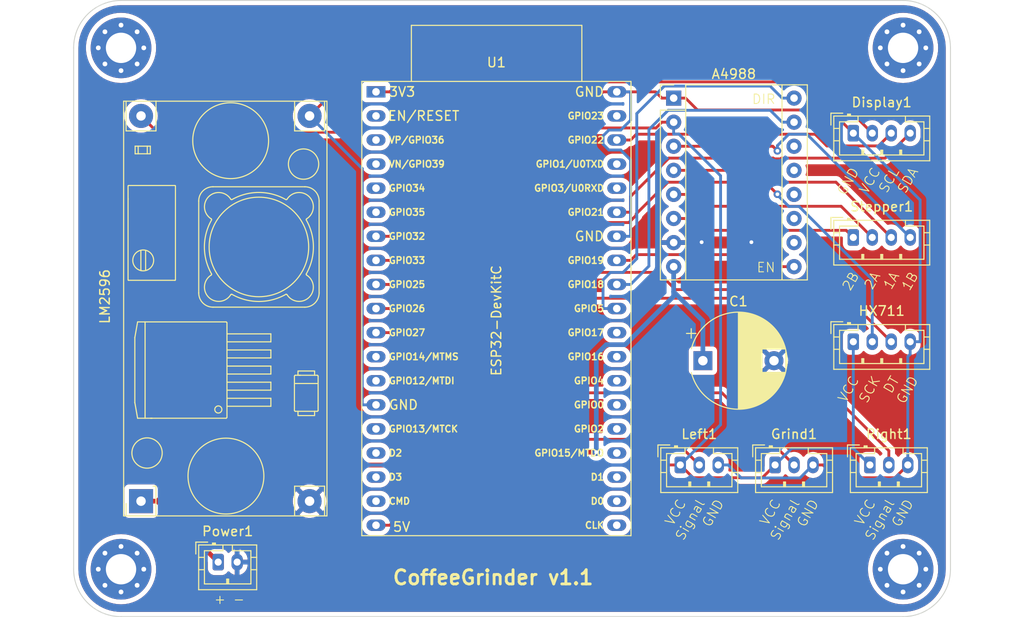
<source format=kicad_pcb>
(kicad_pcb (version 20240108) (generator "pcbnew") (generator_version "8.0")
  (layers (0 "F.Cu" signal) (31 "B.Cu" signal) (34 "B.Paste" user) (35 "F.Paste" user) (36 "B.SilkS" user "B.Silkscreen") (37 "F.SilkS" user "F.Silkscreen") (38 "B.Mask" user) (39 "F.Mask" user) (44 "Edge.Cuts" user))
  (net 0 "")
  (net 1 "+24V")
  (net 2 "GND")
  (net 26 "Net-(Display1-GND)")
  (net 27 "Net-(Display1-SDA)")
  (net 28 "Net-(Display1-SCL)")
  (net 29 "Net-(Display1-VCC)")
  (net 31 "Net-(A4988-STEP)")
  (net 32 "Net-(A4988-2A)")
  (net 33 "Net-(A4988-1B)")
  (net 34 "Net-(A4988-1A)")
  (net 35 "Net-(A4988-VDD)")
  (net 36 "Net-(A4988-~{ENABLE})")
  (net 38 "Net-(A4988-2B)")
  (net 41 "Net-(A4988-DIR)")
  (net 43 "Net-(Grind1-Pin_2)")
  (net 44 "Net-(Left1-Pin_2)")
  (net 45 "Net-(Right1-Pin_2)")
  (net 46 "Net-(HX711-Pin_3)")
  (net 47 "Net-(HX711-Pin_2)")
  (footprint "Module:YAAJ_DCDC_StepDown_LM2596" (layer "F.Cu") (at 82.11 102.82 90)
    (property "Reference" "LM2596" (at 21.59 -3.81 90) (layer "F.SilkS"))
    (property "Value" "YAAJ_DCDC_StepDown_LM2596")
    (pad "1" thru_hole rect (at 0 0 90) (size 2.54 2.54) (drill 1) (layers "*.Cu" "*.Mask") (net 1 "+24V"))
    (pad "2" thru_hole circle (at 0 17.78 90) (size 2.54 2.54) (drill 1) (layers "*.Cu" "*.Mask") (net 2 "GND"))
    (pad "3" thru_hole circle (at 40.64 17.78 90) (size 2.54 2.54) (drill 1) (layers "*.Cu" "*.Mask") (net 26 "Net-(Display1-GND)"))
    (pad "4" thru_hole circle (at 40.64 0 90) (size 2.54 2.54) (drill 1) (layers "*.Cu" "*.Mask") (net 35 "Net-(A4988-VDD)"))
  )
  (footprint "Module:Pololu_Breakout-16_15.2x20.3mm" (layer "F.Cu") (at 138.3 60.3)
    (property "Reference" "A4988" (at 6.35 -2.54 0) (layer "F.SilkS"))
    (property "Value" "Pololu_Breakout_A4988")
    (pad "1" thru_hole rect (at 0 0) (size 1.6 1.6) (drill 0.8) (layers "*.Cu" "*.Mask") (net 26 "Net-(Display1-GND)"))
    (pad "2" thru_hole oval (at 0 2.54) (size 1.6 1.6) (drill 0.8) (layers "*.Cu" "*.Mask") (net 35 "Net-(A4988-VDD)"))
    (pad "3" thru_hole oval (at 0 5.08) (size 1.6 1.6) (drill 0.8) (layers "*.Cu" "*.Mask") (net 33 "Net-(A4988-1B)"))
    (pad "4" thru_hole oval (at 0 7.62) (size 1.6 1.6) (drill 0.8) (layers "*.Cu" "*.Mask") (net 34 "Net-(A4988-1A)"))
    (pad "5" thru_hole oval (at 0 10.16) (size 1.6 1.6) (drill 0.8) (layers "*.Cu" "*.Mask") (net 32 "Net-(A4988-2A)"))
    (pad "6" thru_hole oval (at 0 12.7) (size 1.6 1.6) (drill 0.8) (layers "*.Cu" "*.Mask") (net 38 "Net-(A4988-2B)"))
    (pad "7" thru_hole oval (at 0 15.24) (size 1.6 1.6) (drill 0.8) (layers "*.Cu" "*.Mask") (net 2 "GND"))
    (pad "8" thru_hole oval (at 0 17.78) (size 1.6 1.6) (drill 0.8) (layers "*.Cu" "*.Mask") (net 1 "+24V"))
    (pad "9" thru_hole oval (at 12.7 17.78) (size 1.6 1.6) (drill 0.8) (layers "*.Cu" "*.Mask") (net 36 "Net-(A4988-~{ENABLE})"))
    (pad "10" thru_hole oval (at 12.7 15.24) (size 1.6 1.6) (drill 0.8) (layers "*.Cu" "*.Mask"))
    (pad "11" thru_hole oval (at 12.7 12.7) (size 1.6 1.6) (drill 0.8) (layers "*.Cu" "*.Mask"))
    (pad "12" thru_hole oval (at 12.7 10.16) (size 1.6 1.6) (drill 0.8) (layers "*.Cu" "*.Mask"))
    (pad "13" thru_hole oval (at 12.7 7.62) (size 1.6 1.6) (drill 0.8) (layers "*.Cu" "*.Mask"))
    (pad "14" thru_hole oval (at 12.7 5.08) (size 1.6 1.6) (drill 0.8) (layers "*.Cu" "*.Mask"))
    (pad "15" thru_hole oval (at 12.7 2.54) (size 1.6 1.6) (drill 0.8) (layers "*.Cu" "*.Mask") (net 31 "Net-(A4988-STEP)"))
    (pad "16" thru_hole oval (at 12.7 0) (size 1.6 1.6) (drill 0.8) (layers "*.Cu" "*.Mask") (net 41 "Net-(A4988-DIR)"))
  )
  (footprint "Connector_JST:JST_PH_B2B-PH-K_1x02_P2.00mm_Vertical" (layer "F.Cu") (at 90.25 109.25)
    (property "Reference" "Power1" (at 1 -3.25 0) (layer "F.SilkS"))
    (property "Value" "Conn_01x02_Pin")
    (pad "1" thru_hole roundrect (at 0 0) (size 1.2 1.75) (drill 0.75) (layers "*.Cu" "*.Mask") (roundrect_rratio 0.208333) (net 1 "+24V"))
    (pad "2" thru_hole oval (at 2 0) (size 1.2 1.75) (drill 0.75) (layers "*.Cu" "*.Mask") (net 2 "GND"))
  )
  (footprint "PCM_Espressif:ESP32-DevKitC" (layer "F.Cu") (at 106.9 59.64)
    (property "Reference" "U1" (at 12.7 -3.09656 0) (layer "F.SilkS"))
    (property "Value" "ESP32-DevKitC" (at 12.7 24.13 90) (layer "F.SilkS"))
    (fp_text user "D2" (at 1.27 38.1 0) (layer "F.SilkS") (effects (font (size 0.7 0.7)) (justify left)))
    (fp_text user "GPIO32" (at 1.27 15.24 0) (layer "F.SilkS") (effects (font (size 0.7 0.7)) (justify left)))
    (fp_text user "GND" (at 24.13 0 0) (layer "F.SilkS") (effects (justify right)))
    (fp_text user "GPIO15/MTDO" (at 24.13 38.1 0) (layer "F.SilkS") (effects (font (size 0.7 0.7)) (justify right)))
    (fp_text user "GPIO21" (at 24.13 12.7 0) (layer "F.SilkS") (effects (font (size 0.7 0.7)) (justify right)))
    (fp_text user "GPIO0" (at 24.13 33.02 0) (layer "F.SilkS") (effects (font (size 0.7 0.7)) (justify right)))
    (fp_text user "GND" (at 24.13 15.24 0) (layer "F.SilkS") (effects (justify right)))
    (fp_text user "GPIO26" (at 1.27 22.86 0) (layer "F.SilkS") (effects (font (size 0.7 0.7)) (justify left)))
    (fp_text user "GPIO34" (at 1.27 10.16 0) (layer "F.SilkS") (effects (font (size 0.7 0.7)) (justify left)))
    (fp_text user "CLK" (at 24.13 45.72 0) (layer "F.SilkS") (effects (font (size 0.7 0.7)) (justify right)))
    (fp_text user "5V" (at 1.7 45.9034 0) (layer "F.SilkS") (effects (justify left)))
    (fp_text user "GPIO3/U0RXD" (at 24.13 10.16 0) (layer "F.SilkS") (effects (font (size 0.7 0.7)) (justify right)))
    (fp_text user "D3" (at 1.27 40.64 0) (layer "F.SilkS") (effects (font (size 0.7 0.7)) (justify left)))
    (fp_text user "GPIO23" (at 24.13 2.54 0) (layer "F.SilkS") (effects (font (size 0.7 0.7)) (justify right)))
    (fp_text user "GPIO27" (at 1.27 25.4 0) (layer "F.SilkS") (effects (font (size 0.7 0.7)) (justify left)))
    (fp_text user "GPIO17" (at 24.13 25.4 0) (layer "F.SilkS") (effects (font (size 0.7 0.7)) (justify right)))
    (fp_text user "VP/GPIO36" (at 1.27 5.08 0) (layer "F.SilkS") (effects (font (size 0.7 0.7)) (justify left)))
    (fp_text user "GPIO2" (at 24.13 35.56 0) (layer "F.SilkS") (effects (font (size 0.7 0.7)) (justify right)))
    (fp_text user "GPIO35" (at 1.27 12.7 0) (layer "F.SilkS") (effects (font (size 0.7 0.7)) (justify left)))
    (fp_text user "D0" (at 24.13 43.18 0) (layer "F.SilkS") (effects (font (size 0.7 0.7)) (justify right)))
    (fp_text user "GPIO16" (at 24.13 27.94 0) (layer "F.SilkS") (effects (font (size 0.7 0.7)) (justify right)))
    (fp_text user "GND" (at 1.27 33.02 0) (layer "F.SilkS") (effects (justify left)))
    (fp_text user "GPIO14/MTMS" (at 1.27 27.94 0) (layer "F.SilkS") (effects (font (size 0.7 0.7)) (justify left)))
    (fp_text user "EN/RESET" (at 8.88632 2.53728 0) (layer "F.SilkS") (effects (justify right)))
    (fp_text user "GPIO13/MTCK" (at 1.27 35.56 0) (layer "F.SilkS") (effects (font (size 0.7 0.7)) (justify left)))
    (fp_text user "CMD" (at 1.27 43.18 0) (layer "F.SilkS") (effects (font (size 0.7 0.7)) (justify left)))
    (fp_text user "VN/GPIO39" (at 1.27 7.62 0) (layer "F.SilkS") (effects (font (size 0.7 0.7)) (justify left)))
    (fp_text user "GPIO1/U0TXD" (at 24.13 7.62 0) (layer "F.SilkS") (effects (font (size 0.7 0.7)) (justify right)))
    (fp_text user "3V3" (at 1.27 0 0) (layer "F.SilkS") (effects (justify left)))
    (fp_text user "GPIO5" (at 24.13 22.86 0) (layer "F.SilkS") (effects (font (size 0.7 0.7)) (justify right)))
    (fp_text user "GPIO4" (at 24.13 30.48 0) (layer "F.SilkS") (effects (font (size 0.7 0.7)) (justify right)))
    (fp_text user "GPIO19" (at 24.13 17.78 0) (layer "F.SilkS") (effects (font (size 0.7 0.7)) (justify right)))
    (fp_text user "GPIO12/MTDI" (at 1.27 30.48 0) (layer "F.SilkS") (effects (font (size 0.7 0.7)) (justify left)))
    (fp_text user "GPIO33" (at 1.27 17.78 0) (layer "F.SilkS") (effects (font (size 0.7 0.7)) (justify left)))
    (fp_text user "D1" (at 24.13 40.64 0) (layer "F.SilkS") (effects (font (size 0.7 0.7)) (justify right)))
    (fp_text user "GPIO22" (at 24.13 5.08 0) (layer "F.SilkS") (effects (font (size 0.7 0.7)) (justify right)))
    (fp_text user "GPIO25" (at 1.27 20.32 0) (layer "F.SilkS") (effects (font (size 0.7 0.7)) (justify left)))
    (fp_text user "GPIO18" (at 24.13 20.32 0) (layer "F.SilkS") (effects (font (size 0.7 0.7)) (justify right)))
    (pad "1" thru_hole rect (at 0 0 270) (size 1.2 2) (drill 0.8) (layers "*.Cu" "*.Mask") (net 29 "Net-(Display1-VCC)"))
    (pad "2" thru_hole oval (at 0 2.54 270) (size 1.2 2) (drill 0.8) (layers "*.Cu" "*.Mask"))
    (pad "3" thru_hole oval (at 0 5.08 270) (size 1.2 2) (drill 0.8) (layers "*.Cu" "*.Mask"))
    (pad "4" thru_hole oval (at 0 7.62 270) (size 1.2 2) (drill 0.8) (layers "*.Cu" "*.Mask"))
    (pad "5" thru_hole oval (at 0 10.16 270) (size 1.2 2) (drill 0.8) (layers "*.Cu" "*.Mask"))
    (pad "6" thru_hole oval (at 0 12.7 270) (size 1.2 2) (drill 0.8) (layers "*.Cu" "*.Mask"))
    (pad "7" thru_hole oval (at 0 15.24 270) (size 1.2 2) (drill 0.8) (layers "*.Cu" "*.Mask") (net 47 "Net-(HX711-Pin_2)"))
    (pad "8" thru_hole oval (at 0 17.78 270) (size 1.2 2) (drill 0.8) (layers "*.Cu" "*.Mask") (net 46 "Net-(HX711-Pin_3)"))
    (pad "9" thru_hole oval (at 0 20.32 270) (size 1.2 2) (drill 0.8) (layers "*.Cu" "*.Mask") (net 45 "Net-(Right1-Pin_2)"))
    (pad "10" thru_hole oval (at 0 22.86 270) (size 1.2 2) (drill 0.8) (layers "*.Cu" "*.Mask") (net 43 "Net-(Grind1-Pin_2)"))
    (pad "11" thru_hole oval (at 0 25.4 270) (size 1.2 2) (drill 0.8) (layers "*.Cu" "*.Mask") (net 44 "Net-(Left1-Pin_2)"))
    (pad "12" thru_hole oval (at 0 27.94 270) (size 1.2 2) (drill 0.8) (layers "*.Cu" "*.Mask"))
    (pad "13" thru_hole oval (at 0 30.48 270) (size 1.2 2) (drill 0.8) (layers "*.Cu" "*.Mask"))
    (pad "14" thru_hole oval (at 0 33.02 270) (size 1.2 2) (drill 0.8) (layers "*.Cu" "*.Mask") (net 26 "Net-(Display1-GND)"))
    (pad "15" thru_hole oval (at 0 35.56 270) (size 1.2 2) (drill 0.8) (layers "*.Cu" "*.Mask"))
    (pad "16" thru_hole oval (at 0 38.1 270) (size 1.2 2) (drill 0.8) (layers "*.Cu" "*.Mask"))
    (pad "17" thru_hole oval (at 0 40.64 270) (size 1.2 2) (drill 0.8) (layers "*.Cu" "*.Mask"))
    (pad "18" thru_hole oval (at 0 43.18 270) (size 1.2 2) (drill 0.8) (layers "*.Cu" "*.Mask"))
    (pad "19" thru_hole oval (at 0 45.72 270) (size 1.2 2) (drill 0.8) (layers "*.Cu" "*.Mask") (net 35 "Net-(A4988-VDD)"))
    (pad "20" thru_hole oval (at 25.39632 45.71728 270) (size 1.2 2) (drill 0.8) (layers "*.Cu" "*.Mask"))
    (pad "21" thru_hole oval (at 25.39632 43.17728 270) (size 1.2 2) (drill 0.8) (layers "*.Cu" "*.Mask"))
    (pad "22" thru_hole oval (at 25.4 40.64 270) (size 1.2 2) (drill 0.8) (layers "*.Cu" "*.Mask"))
    (pad "23" thru_hole oval (at 25.4 38.1 270) (size 1.2 2) (drill 0.8) (layers "*.Cu" "*.Mask"))
    (pad "24" thru_hole oval (at 25.4 35.56 270) (size 1.2 2) (drill 0.8) (layers "*.Cu" "*.Mask"))
    (pad "25" thru_hole oval (at 25.4 33.02 270) (size 1.2 2) (drill 0.8) (layers "*.Cu" "*.Mask"))
    (pad "26" thru_hole oval (at 25.4 30.48 270) (size 1.2 2) (drill 0.8) (layers "*.Cu" "*.Mask"))
    (pad "27" thru_hole oval (at 25.4 27.94 270) (size 1.2 2) (drill 0.8) (layers "*.Cu" "*.Mask"))
    (pad "28" thru_hole oval (at 25.4 25.4 270) (size 1.2 2) (drill 0.8) (layers "*.Cu" "*.Mask"))
    (pad "29" thru_hole oval (at 25.4 22.86 270) (size 1.2 2) (drill 0.8) (layers "*.Cu" "*.Mask") (net 41 "Net-(A4988-DIR)"))
    (pad "30" thru_hole oval (at 25.4 20.32 270) (size 1.2 2) (drill 0.8) (layers "*.Cu" "*.Mask") (net 31 "Net-(A4988-STEP)"))
    (pad "31" thru_hole oval (at 25.4 17.78 270) (size 1.2 2) (drill 0.8) (layers "*.Cu" "*.Mask") (net 36 "Net-(A4988-~{ENABLE})"))
    (pad "32" thru_hole oval (at 25.4 15.24 270) (size 1.2 2) (drill 0.8) (layers "*.Cu" "*.Mask") (net 26 "Net-(Display1-GND)"))
    (pad "33" thru_hole oval (at 25.4 12.7 270) (size 1.2 2) (drill 0.8) (layers "*.Cu" "*.Mask") (net 27 "Net-(Display1-SDA)"))
    (pad "34" thru_hole oval (at 25.4 10.16 270) (size 1.2 2) (drill 0.8) (layers "*.Cu" "*.Mask"))
    (pad "35" thru_hole oval (at 25.4 7.62 270) (size 1.2 2) (drill 0.8) (layers "*.Cu" "*.Mask"))
    (pad "36" thru_hole oval (at 25.4 5.08 270) (size 1.2 2) (drill 0.8) (layers "*.Cu" "*.Mask") (net 28 "Net-(Display1-SCL)"))
    (pad "37" thru_hole oval (at 25.4 2.54 270) (size 1.2 2) (drill 0.8) (layers "*.Cu" "*.Mask"))
    (pad "38" thru_hole oval (at 25.4 0 270) (size 1.2 2) (drill 0.8) (layers "*.Cu" "*.Mask") (net 26 "Net-(Display1-GND)"))
  )
  (footprint "MountingHole:MountingHole_3.2mm_M3_Pad_Via" (layer "F.Cu") (at 162.5 55)
    (property "Reference" "REF2" (hide yes))
    (property "Value" "MountingHole_3.2mm_M3_Pad_Via")
    (pad "1" thru_hole circle (at -2.4 0) (size 0.8 0.8) (drill 0.5) (layers "*.Cu" "*.Mask"))
    (pad "1" thru_hole circle (at -1.697056 -1.697056) (size 0.8 0.8) (drill 0.5) (layers "*.Cu" "*.Mask"))
    (pad "1" thru_hole circle (at -1.697056 1.697056) (size 0.8 0.8) (drill 0.5) (layers "*.Cu" "*.Mask"))
    (pad "1" thru_hole circle (at 0 -2.4) (size 0.8 0.8) (drill 0.5) (layers "*.Cu" "*.Mask"))
    (pad "1" thru_hole circle (at 0 0) (size 6.4 6.4) (drill 3.2) (layers "*.Cu" "*.Mask"))
    (pad "1" thru_hole circle (at 0 2.4) (size 0.8 0.8) (drill 0.5) (layers "*.Cu" "*.Mask"))
    (pad "1" thru_hole circle (at 1.697056 -1.697056) (size 0.8 0.8) (drill 0.5) (layers "*.Cu" "*.Mask"))
    (pad "1" thru_hole circle (at 1.697056 1.697056) (size 0.8 0.8) (drill 0.5) (layers "*.Cu" "*.Mask"))
    (pad "1" thru_hole circle (at 2.4 0) (size 0.8 0.8) (drill 0.5) (layers "*.Cu" "*.Mask"))
  )
  (footprint "Connector_JST:JST_PH_B4B-PH-K_1x04_P2.00mm_Vertical" (layer "F.Cu") (at 157.25 75)
    (property "Reference" "Stepper1" (at 3 -3.25 0) (layer "F.SilkS"))
    (property "Value" "Conn_01x04_Pin")
    (pad "1" thru_hole roundrect (at 0 0) (size 1.2 1.75) (drill 0.75) (layers "*.Cu" "*.Mask") (roundrect_rratio 0.208333) (net 38 "Net-(A4988-2B)"))
    (pad "2" thru_hole oval (at 2 0) (size 1.2 1.75) (drill 0.75) (layers "*.Cu" "*.Mask") (net 32 "Net-(A4988-2A)"))
    (pad "3" thru_hole oval (at 4 0) (size 1.2 1.75) (drill 0.75) (layers "*.Cu" "*.Mask") (net 34 "Net-(A4988-1A)"))
    (pad "4" thru_hole oval (at 6 0) (size 1.2 1.75) (drill 0.75) (layers "*.Cu" "*.Mask") (net 33 "Net-(A4988-1B)"))
  )
  (footprint "MountingHole:MountingHole_3.2mm_M3_Pad_Via" (layer "F.Cu") (at 80 55)
    (property "Reference" "REF1" (hide yes))
    (property "Value" "MountingHole_3.2mm_M3_Pad_Via")
    (pad "1" thru_hole circle (at -2.4 0) (size 0.8 0.8) (drill 0.5) (layers "*.Cu" "*.Mask"))
    (pad "1" thru_hole circle (at -1.697056 -1.697056) (size 0.8 0.8) (drill 0.5) (layers "*.Cu" "*.Mask"))
    (pad "1" thru_hole circle (at -1.697056 1.697056) (size 0.8 0.8) (drill 0.5) (layers "*.Cu" "*.Mask"))
    (pad "1" thru_hole circle (at 0 -2.4) (size 0.8 0.8) (drill 0.5) (layers "*.Cu" "*.Mask"))
    (pad "1" thru_hole circle (at 0 0) (size 6.4 6.4) (drill 3.2) (layers "*.Cu" "*.Mask"))
    (pad "1" thru_hole circle (at 0 2.4) (size 0.8 0.8) (drill 0.5) (layers "*.Cu" "*.Mask"))
    (pad "1" thru_hole circle (at 1.697056 -1.697056) (size 0.8 0.8) (drill 0.5) (layers "*.Cu" "*.Mask"))
    (pad "1" thru_hole circle (at 1.697056 1.697056) (size 0.8 0.8) (drill 0.5) (layers "*.Cu" "*.Mask"))
    (pad "1" thru_hole circle (at 2.4 0) (size 0.8 0.8) (drill 0.5) (layers "*.Cu" "*.Mask"))
  )
  (footprint "Capacitor_THT:CP_Radial_D10.0mm_P7.50mm" (layer "F.Cu") (at 141.3823 88)
    (property "Reference" "C1" (at 3.75 -6.25 0) (layer "F.SilkS"))
    (property "Value" "C_Polarized")
    (pad "1" thru_hole rect (at 0 0) (size 2 2) (drill 1) (layers "*.Cu" "*.Mask") (net 1 "+24V"))
    (pad "2" thru_hole circle (at 7.5 0) (size 2 2) (drill 1) (layers "*.Cu" "*.Mask") (net 2 "GND"))
  )
  (footprint "Connector_JST:JST_PH_B4B-PH-K_1x04_P2.00mm_Vertical" (layer "F.Cu") (at 157.25 86)
    (property "Reference" "HX711" (at 3 -3.25 0) (layer "F.SilkS"))
    (property "Value" "Conn_01x04_Pin")
    (pad "1" thru_hole roundrect (at 0 0) (size 1.2 1.75) (drill 0.75) (layers "*.Cu" "*.Mask") (roundrect_rratio 0.208333) (net 35 "Net-(A4988-VDD)"))
    (pad "2" thru_hole oval (at 2 0) (size 1.2 1.75) (drill 0.75) (layers "*.Cu" "*.Mask") (net 47 "Net-(HX711-Pin_2)"))
    (pad "3" thru_hole oval (at 4 0) (size 1.2 1.75) (drill 0.75) (layers "*.Cu" "*.Mask") (net 46 "Net-(HX711-Pin_3)"))
    (pad "4" thru_hole oval (at 6 0) (size 1.2 1.75) (drill 0.75) (layers "*.Cu" "*.Mask") (net 26 "Net-(Display1-GND)"))
  )
  (footprint "MountingHole:MountingHole_3.2mm_M3_Pad_Via" (layer "F.Cu") (at 80 110)
    (property "Reference" "REF4" (hide yes))
    (property "Value" "MountingHole_3.2mm_M3_Pad_Via")
    (pad "1" thru_hole circle (at -2.4 0) (size 0.8 0.8) (drill 0.5) (layers "*.Cu" "*.Mask"))
    (pad "1" thru_hole circle (at -1.697056 -1.697056) (size 0.8 0.8) (drill 0.5) (layers "*.Cu" "*.Mask"))
    (pad "1" thru_hole circle (at -1.697056 1.697056) (size 0.8 0.8) (drill 0.5) (layers "*.Cu" "*.Mask"))
    (pad "1" thru_hole circle (at 0 -2.4) (size 0.8 0.8) (drill 0.5) (layers "*.Cu" "*.Mask"))
    (pad "1" thru_hole circle (at 0 0) (size 6.4 6.4) (drill 3.2) (layers "*.Cu" "*.Mask"))
    (pad "1" thru_hole circle (at 0 2.4) (size 0.8 0.8) (drill 0.5) (layers "*.Cu" "*.Mask"))
    (pad "1" thru_hole circle (at 1.697056 -1.697056) (size 0.8 0.8) (drill 0.5) (layers "*.Cu" "*.Mask"))
    (pad "1" thru_hole circle (at 1.697056 1.697056) (size 0.8 0.8) (drill 0.5) (layers "*.Cu" "*.Mask"))
    (pad "1" thru_hole circle (at 2.4 0) (size 0.8 0.8) (drill 0.5) (layers "*.Cu" "*.Mask"))
  )
  (footprint "Connector_JST:JST_PH_B4B-PH-K_1x04_P2.00mm_Vertical" (layer "F.Cu") (at 157.25 64)
    (property "Reference" "Display1" (at 3 -3.25 0) (layer "F.SilkS"))
    (property "Value" "SSD1306")
    (pad "1" thru_hole roundrect (at 0 0) (size 1.2 1.75) (drill 0.75) (layers "*.Cu" "*.Mask") (roundrect_rratio 0.208333) (net 26 "Net-(Display1-GND)"))
    (pad "2" thru_hole oval (at 2 0) (size 1.2 1.75) (drill 0.75) (layers "*.Cu" "*.Mask") (net 29 "Net-(Display1-VCC)"))
    (pad "3" thru_hole oval (at 4 0) (size 1.2 1.75) (drill 0.75) (layers "*.Cu" "*.Mask") (net 28 "Net-(Display1-SCL)"))
    (pad "4" thru_hole oval (at 6 0) (size 1.2 1.75) (drill 0.75) (layers "*.Cu" "*.Mask") (net 27 "Net-(Display1-SDA)"))
  )
  (footprint "Connector_JST:JST_PH_B3B-PH-K_1x03_P2.00mm_Vertical" (layer "F.Cu") (at 159 99)
    (property "Reference" "Right1" (at 2 -3.25 0) (layer "F.SilkS"))
    (property "Value" "Conn_01x03_Pin")
    (pad "1" thru_hole roundrect (at 0 0) (size 1.2 1.75) (drill 0.75) (layers "*.Cu" "*.Mask") (roundrect_rratio 0.208333) (net 35 "Net-(A4988-VDD)"))
    (pad "2" thru_hole oval (at 2 0) (size 1.2 1.75) (drill 0.75) (layers "*.Cu" "*.Mask") (net 45 "Net-(Right1-Pin_2)"))
    (pad "3" thru_hole oval (at 4 0) (size 1.2 1.75) (drill 0.75) (layers "*.Cu" "*.Mask") (net 26 "Net-(Display1-GND)"))
  )
  (footprint "Connector_JST:JST_PH_B3B-PH-K_1x03_P2.00mm_Vertical" (layer "F.Cu") (at 149 99)
    (property "Reference" "Grind1" (at 2 -3.25 0) (layer "F.SilkS"))
    (property "Value" "Conn_01x03_Pin")
    (pad "1" thru_hole roundrect (at 0 0) (size 1.2 1.75) (drill 0.75) (layers "*.Cu" "*.Mask") (roundrect_rratio 0.208333) (net 35 "Net-(A4988-VDD)"))
    (pad "2" thru_hole oval (at 2 0) (size 1.2 1.75) (drill 0.75) (layers "*.Cu" "*.Mask") (net 43 "Net-(Grind1-Pin_2)"))
    (pad "3" thru_hole oval (at 4 0) (size 1.2 1.75) (drill 0.75) (layers "*.Cu" "*.Mask") (net 26 "Net-(Display1-GND)"))
  )
  (footprint "Connector_JST:JST_PH_B3B-PH-K_1x03_P2.00mm_Vertical" (layer "F.Cu") (at 139 99)
    (property "Reference" "Left1" (at 2 -3.25 0) (layer "F.SilkS"))
    (property "Value" "Conn_01x03_Pin")
    (pad "1" thru_hole roundrect (at 0 0) (size 1.2 1.75) (drill 0.75) (layers "*.Cu" "*.Mask") (roundrect_rratio 0.208333) (net 35 "Net-(A4988-VDD)"))
    (pad "2" thru_hole oval (at 2 0) (size 1.2 1.75) (drill 0.75) (layers "*.Cu" "*.Mask") (net 44 "Net-(Left1-Pin_2)"))
    (pad "3" thru_hole oval (at 4 0) (size 1.2 1.75) (drill 0.75) (layers "*.Cu" "*.Mask") (net 26 "Net-(Display1-GND)"))
  )
  (footprint "MountingHole:MountingHole_3.2mm_M3_Pad_Via" (layer "F.Cu") (at 162.5 110)
    (property "Reference" "REF3" (hide yes))
    (property "Value" "MountingHole_3.2mm_M3_Pad_Via")
    (pad "1" thru_hole circle (at -2.4 0) (size 0.8 0.8) (drill 0.5) (layers "*.Cu" "*.Mask"))
    (pad "1" thru_hole circle (at -1.697056 -1.697056) (size 0.8 0.8) (drill 0.5) (layers "*.Cu" "*.Mask"))
    (pad "1" thru_hole circle (at -1.697056 1.697056) (size 0.8 0.8) (drill 0.5) (layers "*.Cu" "*.Mask"))
    (pad "1" thru_hole circle (at 0 -2.4) (size 0.8 0.8) (drill 0.5) (layers "*.Cu" "*.Mask"))
    (pad "1" thru_hole circle (at 0 0) (size 6.4 6.4) (drill 3.2) (layers "*.Cu" "*.Mask"))
    (pad "1" thru_hole circle (at 0 2.4) (size 0.8 0.8) (drill 0.5) (layers "*.Cu" "*.Mask"))
    (pad "1" thru_hole circle (at 1.697056 -1.697056) (size 0.8 0.8) (drill 0.5) (layers "*.Cu" "*.Mask"))
    (pad "1" thru_hole circle (at 1.697056 1.697056) (size 0.8 0.8) (drill 0.5) (layers "*.Cu" "*.Mask"))
    (pad "1" thru_hole circle (at 2.4 0) (size 0.8 0.8) (drill 0.5) (layers "*.Cu" "*.Mask"))
  )
  (gr_line (start 167.5 55) (end 167.5 110) (stroke (width 0.1)) (layer "Edge.Cuts"))
  (gr_line (start 80 50) (end 162.5 50) (stroke (width 0.1)) (layer "Edge.Cuts"))
  (gr_arc (start 162.5 50) (mid 166.035534 51.464466) (end 167.5 55) (stroke (width 0.1)) (layer "Edge.Cuts"))
  (gr_line (start 75 110) (end 75 55) (stroke (width 0.1)) (layer "Edge.Cuts"))
  (gr_arc (start 80 115) (mid 76.464466 113.535534) (end 75 110) (stroke (width 0.1)) (layer "Edge.Cuts"))
  (gr_arc (start 75 55) (mid 76.464466 51.464466) (end 80 50) (stroke (width 0.1)) (layer "Edge.Cuts"))
  (gr_arc (start 167.5 110) (mid 166.035534 113.535534) (end 162.5 115) (stroke (width 0.1)) (layer "Edge.Cuts"))
  (gr_line (start 162.5 115) (end 80 115) (stroke (width 0.1)) (layer "Edge.Cuts"))
  (gr_text "Signal" (at 141.75 103 60) (layer "F.SilkS") (effects (font (size 1 1) (thickness 0.1)) (justify right bottom)))
  (gr_text "VCC" (at 149.75 103 60) (layer "F.SilkS") (effects (font (size 1 1) (thickness 0.1)) (justify right bottom)))
  (gr_text "VCC" (at 160.25 68 60) (layer "F.SilkS") (effects (font (size 1 1) (thickness 0.1)) (justify right bottom)))
  (gr_text "GND" (at 143.75 103 60) (layer "F.SilkS") (effects (font (size 1 1) (thickness 0.1)) (justify right bottom)))
  (gr_text "EN" (at 147 78.75 0) (layer "F.SilkS") (effects (font (size 1 1) (thickness 0.1)) (justify left bottom)))
  (gr_text "GND" (at 153.75 103 60) (layer "F.SilkS") (effects (font (size 1 1) (thickness 0.1)) (justify right bottom)))
  (gr_text "DT" (at 162.25 90 60) (layer "F.SilkS") (effects (font (size 1 1) (thickness 0.1)) (justify right bottom)))
  (gr_text "VCC" (at 139.75 103 60) (layer "F.SilkS") (effects (font (size 1 1) (thickness 0.1)) (justify right bottom)))
  (gr_text "GND" (at 158 68 60) (layer "F.SilkS") (effects (font (size 1 1) (thickness 0.1)) (justify right bottom)))
  (gr_text "GND" (at 164.25 90 60) (layer "F.SilkS") (effects (font (size 1 1) (thickness 0.1)) (justify right bottom)))
  (gr_text "CoffeeGrinder v1.1" (at 119.25 111.75 0) (layer "F.SilkS") (effects (font (size 1.5 1.5) (thickness 0.3) (bold yes)) (justify bottom)))
  (gr_text "SCL" (at 162.25 68 60) (layer "F.SilkS") (effects (font (size 1 1) (thickness 0.1)) (justify right bottom)))
  (gr_text "1A" (at 162.25 79 60) (layer "F.SilkS") (effects (font (size 1 1) (thickness 0.1)) (justify right bottom)))
  (gr_text "1B" (at 164.25 79 60) (layer "F.SilkS") (effects (font (size 1 1) (thickness 0.1)) (justify right bottom)))
  (gr_text "+ -" (at 89.75 113.75 0) (layer "F.SilkS") (effects (font (size 1 1) (thickness 0.1)) (justify left bottom)))
  (gr_text "Signal" (at 151.75 103 60) (layer "F.SilkS") (effects (font (size 1 1) (thickness 0.1)) (justify right bottom)))
  (gr_text "SDA" (at 164.25 68 60) (layer "F.SilkS") (effects (font (size 1 1) (thickness 0.1)) (justify right bottom)))
  (gr_text "VCC" (at 158 90 60) (layer "F.SilkS") (effects (font (size 1 1) (thickness 0.1)) (justify right bottom)))
  (gr_text "2A" (at 160.25 79 60) (layer "F.SilkS") (effects (font (size 1 1) (thickness 0.1)) (justify right bottom)))
  (gr_text "SCK" (at 160.25 90 60) (layer "F.SilkS") (effects (font (size 1 1) (thickness 0.1)) (justify right bottom)))
  (gr_text "DIR" (at 146.5 61 0) (layer "F.SilkS") (effects (font (size 1 1) (thickness 0.1)) (justify left bottom)))
  (gr_text "VCC" (at 159.75 103 60) (layer "F.SilkS") (effects (font (size 1 1) (thickness 0.1)) (justify right bottom)))
  (gr_text "2B" (at 158 79 60) (layer "F.SilkS") (effects (font (size 1 1) (thickness 0.1)) (justify right bottom)))
  (gr_text "Signal" (at 161.75 103 60) (layer "F.SilkS") (effects (font (size 1 1) (thickness 0.1)) (justify right bottom)))
  (gr_text "GND" (at 163.75 103 60) (layer "F.SilkS") (effects (font (size 1 1) (thickness 0.1)) (justify right bottom)))
  (segment (start 110.984 99.01) (end 87.6417 99.01) (width 0.5) (layer "F.Cu") (net 1))
  (segment (start 87.6417 99.01) (end 83.8317 102.82) (width 0.5) (layer "F.Cu") (net 1))
  (segment (start 83.8317 102.82) (end 83.82 102.82) (width 0.5) (layer "F.Cu") (net 1))
  (segment (start 83.82 102.82) (end 90.25 109.25) (width 0.5) (layer "F.Cu") (net 1))
  (segment (start 82.11 102.82) (end 83.82 102.82) (width 0.5) (layer "F.Cu") (net 1))
  (segment (start 130.138 97.6477) (end 112.346 97.6477) (width 0.5) (layer "F.Cu") (net 1))
  (segment (start 112.346 97.6477) (end 110.984 99.01) (width 0.5) (layer "F.Cu") (net 1))
  (via (at 130.138 97.6477) (size 0.8) (drill 0.4) (layers "F.Cu" "B.Cu") (net 1))
  (segment (start 138.3 80.73) (end 138.3 81.2) (width 0.5) (layer "B.Cu") (net 1))
  (segment (start 141.3823 83.8123) (end 141.3823 88) (width 0.5) (layer "B.Cu") (net 1))
  (segment (start 131.19 86.31) (end 130.138 87.3625) (width 0.5) (layer "B.Cu") (net 1))
  (segment (start 138.3 80.73) (end 141.3823 83.8123) (width 0.5) (layer "B.Cu") (net 1))
  (segment (start 133.19 86.31) (end 131.19 86.31) (width 0.5) (layer "B.Cu") (net 1))
  (segment (start 138.3 78.08) (end 138.3 80.73) (width 0.5) (layer "B.Cu") (net 1))
  (segment (start 130.138 87.3625) (end 130.138 97.6477) (width 0.5) (layer "B.Cu") (net 1))
  (segment (start 138.3 81.2) (end 133.19 86.31) (width 0.5) (layer "B.Cu") (net 1))
  (via (at 141.25 75.5) (size 0.8) (drill 0.4) (layers "F.Cu" "B.Cu") (net 2))
  (via (at 146.5 75.5) (size 0.8) (drill 0.4) (layers "F.Cu" "B.Cu") (net 2))
  (segment (start 138.3 60.3) (end 139.552 60.3) (width 0.3) (layer "F.Cu") (net 26))
  (segment (start 139.552 60.3) (end 140.803 61.5517) (width 0.3) (layer "F.Cu") (net 26))
  (segment (start 155.403 100.351) (end 161.649 100.351) (width 0.3) (layer "F.Cu") (net 26))
  (segment (start 132.3 59.64) (end 130.848 59.64) (width 0.3) (layer "F.Cu") (net 26))
  (segment (start 129.588 60.9) (end 101.17 60.9) (width 0.3) (layer "F.Cu") (net 26))
  (segment (start 161.649 100.351) (end 163 99) (width 0.3) (layer "F.Cu") (net 26))
  (segment (start 140.803 61.5517) (end 154.802 61.5517) (width 0.3) (layer "F.Cu") (net 26))
  (segment (start 138.3 60.3) (end 137.048 60.3) (width 0.3) (layer "F.Cu") (net 26))
  (segment (start 101.17 60.9) (end 99.89 62.18) (width 0.3) (layer "F.Cu") (net 26))
  (segment (start 153 99) (end 154.052 99) (width 0.3) (layer "F.Cu") (net 26))
  (segment (start 137.048 60.3) (end 136.388 59.64) (width 0.3) (layer "F.Cu") (net 26))
  (segment (start 136.388 59.64) (end 132.3 59.64) (width 0.3) (layer "F.Cu") (net 26))
  (segment (start 154.052 99) (end 155.403 100.351) (width 0.3) (layer "F.Cu") (net 26))
  (segment (start 154.802 61.5517) (end 157.25 64) (width 0.3) (layer "F.Cu") (net 26))
  (segment (start 130.848 59.64) (end 129.588 60.9) (width 0.3) (layer "F.Cu") (net 26))
  (segment (start 145.422 100.37) (end 151.63 100.37) (width 0.3) (layer "B.Cu") (net 26))
  (segment (start 144.052 99) (end 145.422 100.37) (width 0.3) (layer "B.Cu") (net 26))
  (segment (start 130.848 64.2844) (end 130.848 65.1556) (width 0.3) (layer "B.Cu") (net 26))
  (segment (start 143 99) (end 144.052 99) (width 0.3) (layer "B.Cu") (net 26))
  (segment (start 133.752 62.6345) (end 132.718 63.6683) (width 0.3) (layer "B.Cu") (net 26))
  (segment (start 151.63 100.37) (end 153 99) (width 0.3) (layer "B.Cu") (net 26))
  (segment (start 133.752 74.88) (end 132.3 74.88) (width 0.3) (layer "B.Cu") (net 26))
  (segment (start 105.448 92.66) (end 105.448 67.7383) (width 0.3) (layer "B.Cu") (net 26))
  (segment (start 106.9 92.66) (end 105.448 92.66) (width 0.3) (layer "B.Cu") (net 26))
  (segment (start 163 87.5767) (end 163.25 87.3267) (width 0.3) (layer "B.Cu") (net 26))
  (segment (start 132.718 63.6683) (end 131.464 63.6683) (width 0.3) (layer "B.Cu") (net 26))
  (segment (start 132.718 65.7717) (end 133.752 66.8054) (width 0.3) (layer "B.Cu") (net 26))
  (segment (start 163.25 87.3267) (end 163.25 86) (width 0.3) (layer "B.Cu") (net 26))
  (segment (start 164.302 71.0517) (end 157.25 64) (width 0.3) (layer "B.Cu") (net 26))
  (segment (start 133.752 59.64) (end 133.752 62.6345) (width 0.3) (layer "B.Cu") (net 26))
  (segment (start 164.302 86) (end 164.302 71.0517) (width 0.3) (layer "B.Cu") (net 26))
  (segment (start 133.752 66.8054) (end 133.752 74.88) (width 0.3) (layer "B.Cu") (net 26))
  (segment (start 131.464 65.7717) (end 132.718 65.7717) (width 0.3) (layer "B.Cu") (net 26))
  (segment (start 130.848 65.1556) (end 131.464 65.7717) (width 0.3) (layer "B.Cu") (net 26))
  (segment (start 132.3 59.64) (end 133.752 59.64) (width 0.3) (layer "B.Cu") (net 26))
  (segment (start 163 99) (end 163 87.5767) (width 0.3) (layer "B.Cu") (net 26))
  (segment (start 163.25 86) (end 164.302 86) (width 0.3) (layer "B.Cu") (net 26))
  (segment (start 105.448 67.7383) (end 99.89 62.18) (width 0.3) (layer "B.Cu") (net 26))
  (segment (start 131.464 63.6683) (end 130.848 64.2844) (width 0.3) (layer "B.Cu") (net 26))
  (segment (start 133.752 70.6733) (end 137.793 66.6318) (width 0.3) (layer "F.Cu") (net 27))
  (segment (start 149.678 66.6318) (end 160.618 66.6318) (width 0.3) (layer "F.Cu") (net 27))
  (segment (start 132.3 72.34) (end 133.752 72.34) (width 0.3) (layer "F.Cu") (net 27))
  (segment (start 137.793 66.6318) (end 148.81 66.6318) (width 0.3) (layer "F.Cu") (net 27))
  (segment (start 133.752 72.34) (end 133.752 70.6733) (width 0.3) (layer "F.Cu") (net 27))
  (segment (start 148.81 66.6318) (end 148.891 66.7131) (width 0.3) (layer "F.Cu") (net 27))
  (segment (start 149.597 66.7131) (end 149.678 66.6318) (width 0.3) (layer "F.Cu") (net 27))
  (segment (start 148.891 66.7131) (end 149.597 66.7131) (width 0.3) (layer "F.Cu") (net 27))
  (segment (start 160.618 66.6318) (end 163.25 64) (width 0.3) (layer "F.Cu") (net 27))
  (segment (start 134.362 64.11) (end 133.752 64.72) (width 0.3) (layer "F.Cu") (net 28))
  (segment (start 154.455 65.3425) (end 153.222 64.11) (width 0.3) (layer "F.Cu") (net 28))
  (segment (start 133.752 64.72) (end 132.3 64.72) (width 0.3) (layer "F.Cu") (net 28))
  (segment (start 161.25 64) (end 159.908 65.3425) (width 0.3) (layer "F.Cu") (net 28))
  (segment (start 153.222 64.11) (end 134.362 64.11) (width 0.3) (layer "F.Cu") (net 28))
  (segment (start 159.908 65.3425) (end 154.455 65.3425) (width 0.3) (layer "F.Cu") (net 28))
  (segment (start 153.838 58.5882) (end 159.25 64) (width 0.3) (layer "F.Cu") (net 29))
  (segment (start 106.9 59.64) (end 108.352 59.64) (width 0.3) (layer "F.Cu") (net 29))
  (segment (start 109.404 58.5882) (end 153.838 58.5882) (width 0.3) (layer "F.Cu") (net 29))
  (segment (start 108.352 59.64) (end 109.404 58.5882) (width 0.3) (layer "F.Cu") (net 29))
  (segment (start 148.497 61.5883) (end 149.748 62.84) (width 0.3) (layer "B.Cu") (net 31))
  (segment (start 149.748 62.84) (end 151 62.84) (width 0.3) (layer "B.Cu") (net 31))
  (segment (start 135.689 63.6171) (end 137.718 61.5883) (width 0.3) (layer "B.Cu") (net 31))
  (segment (start 133.752 79.96) (end 135.689 78.0227) (width 0.3) (layer "B.Cu") (net 31))
  (segment (start 137.718 61.5883) (end 148.497 61.5883) (width 0.3) (layer "B.Cu") (net 31))
  (segment (start 135.689 78.0227) (end 135.689 63.6171) (width 0.3) (layer "B.Cu") (net 31))
  (segment (start 132.3 79.96) (end 133.752 79.96) (width 0.3) (layer "B.Cu") (net 31))
  (segment (start 155.962 71.7117) (end 159.25 75) (width 0.3) (layer "F.Cu") (net 32))
  (segment (start 138.3 70.46) (end 139.552 70.46) (width 0.3) (layer "F.Cu") (net 32))
  (segment (start 139.552 70.46) (end 140.803 71.7117) (width 0.3) (layer "F.Cu") (net 32))
  (segment (start 140.803 71.7117) (end 155.962 71.7117) (width 0.3) (layer "F.Cu") (net 32))
  (segment (start 148.762 65.38) (end 149.244 65.8614) (width 0.3) (layer "F.Cu") (net 33))
  (segment (start 138.3 65.38) (end 148.762 65.38) (width 0.3) (layer "F.Cu") (net 33))
  (via (at 149.244 65.8614) (size 0.8) (drill 0.4) (layers "F.Cu" "B.Cu") (net 33))
  (segment (start 150.448 64.11) (end 152.36 64.11) (width 0.3) (layer "B.Cu") (net 33))
  (segment (start 149.244 65.3143) (end 150.448 64.11) (width 0.3) (layer "B.Cu") (net 33))
  (segment (start 152.36 64.11) (end 163.25 75) (width 0.3) (layer "B.Cu") (net 33))
  (segment (start 149.244 65.8614) (end 149.244 65.3143) (width 0.3) (layer "B.Cu") (net 33))
  (segment (start 148.825 69.1717) (end 147.573 67.92) (width 0.3) (layer "F.Cu") (net 34))
  (segment (start 155.422 69.1717) (end 148.825 69.1717) (width 0.3) (layer "F.Cu") (net 34))
  (segment (start 147.573 67.92) (end 138.3 67.92) (width 0.3) (layer "F.Cu") (net 34))
  (segment (start 161.25 75) (end 155.422 69.1717) (width 0.3) (layer "F.Cu") (net 34))
  (segment (start 140.348 100.348) (end 139 99) (width 0.3) (layer "F.Cu") (net 35))
  (segment (start 83.8317 63.9017) (end 82.11 62.18) (width 0.3) (layer "F.Cu") (net 35))
  (segment (start 114.712 99) (end 139 99) (width 0.3) (layer "F.Cu") (net 35))
  (segment (start 102.917 63.9017) (end 83.8317 63.9017) (width 0.3) (layer "F.Cu") (net 35))
  (segment (start 147.652 100.348) (end 140.348 100.348) (width 0.3) (layer "F.Cu") (net 35))
  (segment (start 136.438 63.45) (end 103.3687 63.45) (width 0.3) (layer "F.Cu") (net 35))
  (segment (start 138.3 62.84) (end 137.048 62.84) (width 0.3) (layer "F.Cu") (net 35))
  (segment (start 149 99) (end 147.652 100.348) (width 0.3) (layer "F.Cu") (net 35))
  (segment (start 108.352 105.36) (end 114.712 99) (width 0.3) (layer "F.Cu") (net 35))
  (segment (start 106.9 105.36) (end 108.352 105.36) (width 0.3) (layer "F.Cu") (net 35))
  (segment (start 137.048 62.84) (end 136.438 63.45) (width 0.3) (layer "F.Cu") (net 35))
  (segment (start 103.3687 63.45) (end 102.917 63.9017) (width 0.3) (layer "F.Cu") (net 35))
  (segment (start 157.25 86) (end 157.25 97.25) (width 0.3) (layer "B.Cu") (net 35))
  (segment (start 149 99) (end 150.75 97.25) (width 0.3) (layer "B.Cu") (net 35))
  (segment (start 143.25 68.4937) (end 143.25 94.75) (width 0.3) (layer "B.Cu") (net 35))
  (segment (start 150.75 97.25) (end 157.25 97.25) (width 0.3) (layer "B.Cu") (net 35))
  (segment (start 138.3 64.0917) (end 138.848 64.0917) (width 0.3) (layer "B.Cu") (net 35))
  (segment (start 138.3 62.84) (end 138.3 64.0917) (width 0.3) (layer "B.Cu") (net 35))
  (segment (start 157.25 97.25) (end 159 99) (width 0.3) (layer "B.Cu") (net 35))
  (segment (start 143.25 94.75) (end 139 99) (width 0.3) (layer "B.Cu") (net 35))
  (segment (start 138.848 64.0917) (end 143.25 68.4937) (width 0.3) (layer "B.Cu") (net 35))
  (segment (start 134.362 76.81) (end 133.752 77.42) (width 0.3) (layer "F.Cu") (net 36))
  (segment (start 133.752 77.42) (end 132.3 77.42) (width 0.3) (layer "F.Cu") (net 36))
  (segment (start 149.748 78.08) (end 148.478 76.81) (width 0.3) (layer "F.Cu") (net 36))
  (segment (start 148.478 76.81) (end 134.362 76.81) (width 0.3) (layer "F.Cu") (net 36))
  (segment (start 151 78.08) (end 149.748 78.08) (width 0.3) (layer "F.Cu") (net 36))
  (segment (start 140.803 74.2517) (end 156.502 74.2517) (width 0.3) (layer "F.Cu") (net 38))
  (segment (start 156.502 74.2517) (end 157.25 75) (width 0.3) (layer "F.Cu") (net 38))
  (segment (start 138.3 73) (end 139.552 73) (width 0.3) (layer "F.Cu") (net 38))
  (segment (start 139.552 73) (end 140.803 74.2517) (width 0.3) (layer "F.Cu") (net 38))
  (segment (start 134.409 61.9335) (end 134.409 77.2386) (width 0.3) (layer "B.Cu") (net 41))
  (segment (start 149.748 60.3) (end 148.48 59.0321) (width 0.3) (layer "B.Cu") (net 41))
  (segment (start 131.634 78.69) (end 130.848 79.4757) (width 0.3) (layer "B.Cu") (net 41))
  (segment (start 137.31 59.0321) (end 134.409 61.9335) (width 0.3) (layer "B.Cu") (net 41))
  (segment (start 148.48 59.0321) (end 137.31 59.0321) (width 0.3) (layer "B.Cu") (net 41))
  (segment (start 132.957 78.69) (end 131.634 78.69) (width 0.3) (layer "B.Cu") (net 41))
  (segment (start 151 60.3) (end 149.748 60.3) (width 0.3) (layer "B.Cu") (net 41))
  (segment (start 134.409 77.2386) (end 132.957 78.69) (width 0.3) (layer "B.Cu") (net 41))
  (segment (start 130.848 79.4757) (end 130.848 82.5) (width 0.3) (layer "B.Cu") (net 41))
  (segment (start 130.848 82.5) (end 132.3 82.5) (width 0.3) (layer "B.Cu") (net 41))
  (segment (start 108.352 82.5) (end 117.242 91.39) (width 0.3) (layer "F.Cu") (net 43))
  (segment (start 106.9 82.5) (end 108.352 82.5) (width 0.3) (layer "F.Cu") (net 43))
  (segment (start 117.242 91.39) (end 143.39 91.39) (width 0.3) (layer "F.Cu") (net 43))
  (segment (start 143.39 91.39) (end 151 99) (width 0.3) (layer "F.Cu") (net 43))
  (segment (start 106.9 85.04) (end 108.352 85.04) (width 0.3) (layer "F.Cu") (net 44))
  (segment (start 108.352 85.04) (end 119.607 96.2954) (width 0.3) (layer "F.Cu") (net 44))
  (segment (start 138.295 96.2954) (end 141 99) (width 0.3) (layer "F.Cu") (net 44))
  (segment (start 119.607 96.2954) (end 138.295 96.2954) (width 0.3) (layer "F.Cu") (net 44))
  (segment (start 108.352 79.96) (end 109.803 81.4117) (width 0.3) (layer "F.Cu") (net 45))
  (segment (start 161 97.5) (end 161 99) (width 0.3) (layer "F.Cu") (net 45))
  (segment (start 109.803 81.4117) (end 144.9117 81.4117) (width 0.3) (layer "F.Cu") (net 45))
  (segment (start 106.9 79.96) (end 108.352 79.96) (width 0.3) (layer "F.Cu") (net 45))
  (segment (start 144.9117 81.4117) (end 161 97.5) (width 0.3) (layer "F.Cu") (net 45))
  (segment (start 109.616 78.6838) (end 136.667 78.6838) (width 0.3) (layer "F.Cu") (net 46))
  (segment (start 106.9 77.42) (end 108.352 77.42) (width 0.3) (layer "F.Cu") (net 46))
  (segment (start 108.352 77.42) (end 109.616 78.6838) (width 0.3) (layer "F.Cu") (net 46))
  (segment (start 138.484 80.5) (end 155.75 80.5) (width 0.3) (layer "F.Cu") (net 46))
  (segment (start 155.75 80.5) (end 161.25 86) (width 0.3) (layer "F.Cu") (net 46))
  (segment (start 136.667 78.6838) (end 138.484 80.5) (width 0.3) (layer "F.Cu") (net 46))
  (segment (start 106.9 74.88) (end 108.352 74.88) (width 0.3) (layer "F.Cu") (net 47))
  (segment (start 137.689 69.1723) (end 147.974 69.1723) (width 0.3) (layer "F.Cu") (net 47))
  (segment (start 134.353 72.5082) (end 137.689 69.1723) (width 0.3) (layer "F.Cu") (net 47))
  (segment (start 147.974 69.1723) (end 149.244 70.4417) (width 0.3) (layer "F.Cu") (net 47))
  (segment (start 109.803 73.4283) (end 133.573 73.4283) (width 0.3) (layer "F.Cu") (net 47))
  (segment (start 108.352 74.88) (end 109.803 73.4283) (width 0.3) (layer "F.Cu") (net 47))
  (segment (start 134.353 72.6482) (end 134.353 72.5082) (width 0.3) (layer "F.Cu") (net 47))
  (segment (start 133.573 73.4283) (end 134.353 72.6482) (width 0.3) (layer "F.Cu") (net 47))
  (via (at 149.244 70.4417) (size 0.8) (drill 0.4) (layers "F.Cu" "B.Cu") (net 47))
  (segment (start 149.244 70.4417) (end 149.244 70.5219) (width 0.3) (layer "B.Cu") (net 47))
  (segment (start 151.526 71.73) (end 159.25 79.4545) (width 0.3) (layer "B.Cu") (net 47))
  (segment (start 159.25 79.4545) (end 159.25 86) (width 0.3) (layer "B.Cu") (net 47))
  (segment (start 149.244 70.5219) (end 150.452 71.73) (width 0.3) (layer "B.Cu") (net 47))
  (segment (start 150.452 71.73) (end 151.526 71.73) (width 0.3) (layer "B.Cu") (net 47))
  (zone (net 2) (net_name "GND") (layers "F&B.Cu") (connect_pads (clearance 0.5)) (min_thickness 0.25) (fill yes (thermal_gap 0.5) (thermal_bridge_width 0.5))
    (polygon (pts (xy 75 50) (xy 167.5 50) (xy 167.5 115) (xy 75 115)))
  )
)
</source>
